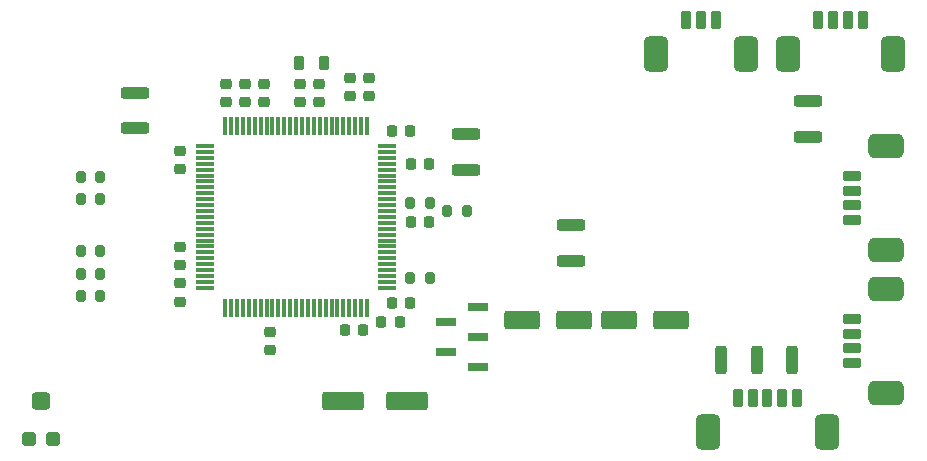
<source format=gbr>
%TF.GenerationSoftware,KiCad,Pcbnew,8.0.5*%
%TF.CreationDate,2025-01-05T11:13:20+01:00*%
%TF.ProjectId,BlockBoxController,426c6f63-6b42-46f7-9843-6f6e74726f6c,rev?*%
%TF.SameCoordinates,Original*%
%TF.FileFunction,Paste,Top*%
%TF.FilePolarity,Positive*%
%FSLAX46Y46*%
G04 Gerber Fmt 4.6, Leading zero omitted, Abs format (unit mm)*
G04 Created by KiCad (PCBNEW 8.0.5) date 2025-01-05 11:13:20*
%MOMM*%
%LPD*%
G01*
G04 APERTURE LIST*
G04 Aperture macros list*
%AMRoundRect*
0 Rectangle with rounded corners*
0 $1 Rounding radius*
0 $2 $3 $4 $5 $6 $7 $8 $9 X,Y pos of 4 corners*
0 Add a 4 corners polygon primitive as box body*
4,1,4,$2,$3,$4,$5,$6,$7,$8,$9,$2,$3,0*
0 Add four circle primitives for the rounded corners*
1,1,$1+$1,$2,$3*
1,1,$1+$1,$4,$5*
1,1,$1+$1,$6,$7*
1,1,$1+$1,$8,$9*
0 Add four rect primitives between the rounded corners*
20,1,$1+$1,$2,$3,$4,$5,0*
20,1,$1+$1,$4,$5,$6,$7,0*
20,1,$1+$1,$6,$7,$8,$9,0*
20,1,$1+$1,$8,$9,$2,$3,0*%
G04 Aperture macros list end*
%ADD10RoundRect,0.075000X-0.075000X0.725000X-0.075000X-0.725000X0.075000X-0.725000X0.075000X0.725000X0*%
%ADD11RoundRect,0.075000X-0.725000X0.075000X-0.725000X-0.075000X0.725000X-0.075000X0.725000X0.075000X0*%
%ADD12RoundRect,0.237500X-0.987500X-0.237500X0.987500X-0.237500X0.987500X0.237500X-0.987500X0.237500X0*%
%ADD13RoundRect,0.237500X0.987500X0.237500X-0.987500X0.237500X-0.987500X-0.237500X0.987500X-0.237500X0*%
%ADD14RoundRect,0.237500X-0.237500X0.987500X-0.237500X-0.987500X0.237500X-0.987500X0.237500X0.987500X0*%
%ADD15RoundRect,0.300000X-0.300000X0.300000X-0.300000X-0.300000X0.300000X-0.300000X0.300000X0.300000X0*%
%ADD16RoundRect,0.375000X-0.425000X0.375000X-0.425000X-0.375000X0.425000X-0.375000X0.425000X0.375000X0*%
%ADD17RoundRect,0.200000X-0.200000X-0.275000X0.200000X-0.275000X0.200000X0.275000X-0.200000X0.275000X0*%
%ADD18RoundRect,0.200000X0.200000X0.275000X-0.200000X0.275000X-0.200000X-0.275000X0.200000X-0.275000X0*%
%ADD19RoundRect,0.218750X-0.218750X-0.381250X0.218750X-0.381250X0.218750X0.381250X-0.218750X0.381250X0*%
%ADD20RoundRect,0.200000X-0.200000X-0.600000X0.200000X-0.600000X0.200000X0.600000X-0.200000X0.600000X0*%
%ADD21RoundRect,0.525000X-0.525000X-0.975000X0.525000X-0.975000X0.525000X0.975000X-0.525000X0.975000X0*%
%ADD22RoundRect,0.525000X0.975000X-0.525000X0.975000X0.525000X-0.975000X0.525000X-0.975000X-0.525000X0*%
%ADD23RoundRect,0.200000X0.600000X-0.200000X0.600000X0.200000X-0.600000X0.200000X-0.600000X-0.200000X0*%
%ADD24R,1.800000X0.650000*%
%ADD25RoundRect,0.250000X-1.250000X-0.550000X1.250000X-0.550000X1.250000X0.550000X-1.250000X0.550000X0*%
%ADD26RoundRect,0.250000X1.500000X0.550000X-1.500000X0.550000X-1.500000X-0.550000X1.500000X-0.550000X0*%
%ADD27RoundRect,0.225000X-0.225000X-0.250000X0.225000X-0.250000X0.225000X0.250000X-0.225000X0.250000X0*%
%ADD28RoundRect,0.225000X-0.250000X0.225000X-0.250000X-0.225000X0.250000X-0.225000X0.250000X0.225000X0*%
%ADD29RoundRect,0.225000X0.250000X-0.225000X0.250000X0.225000X-0.250000X0.225000X-0.250000X-0.225000X0*%
%ADD30RoundRect,0.225000X0.225000X0.250000X-0.225000X0.250000X-0.225000X-0.250000X0.225000X-0.250000X0*%
G04 APERTURE END LIST*
D10*
%TO.C,U1*%
X142700000Y-91925000D03*
X142200000Y-91925000D03*
X141700000Y-91925000D03*
X141200000Y-91925000D03*
X140700000Y-91925000D03*
X140200000Y-91925000D03*
X139700000Y-91925000D03*
X139200000Y-91925000D03*
X138700000Y-91925000D03*
X138200000Y-91925000D03*
X137700000Y-91925000D03*
X137200000Y-91925000D03*
X136700000Y-91925000D03*
X136200000Y-91925000D03*
X135700000Y-91925000D03*
X135200000Y-91925000D03*
X134700000Y-91925000D03*
X134200000Y-91925000D03*
X133700000Y-91925000D03*
X133200000Y-91925000D03*
X132700000Y-91925000D03*
X132200000Y-91925000D03*
X131700000Y-91925000D03*
X131200000Y-91925000D03*
X130700000Y-91925000D03*
D11*
X129025000Y-93600000D03*
X129025000Y-94100000D03*
X129025000Y-94600000D03*
X129025000Y-95100000D03*
X129025000Y-95600000D03*
X129025000Y-96100000D03*
X129025000Y-96600000D03*
X129025000Y-97100000D03*
X129025000Y-97600000D03*
X129025000Y-98100000D03*
X129025000Y-98600000D03*
X129025000Y-99100000D03*
X129025000Y-99600000D03*
X129025000Y-100100000D03*
X129025000Y-100600000D03*
X129025000Y-101100000D03*
X129025000Y-101600000D03*
X129025000Y-102100000D03*
X129025000Y-102600000D03*
X129025000Y-103100000D03*
X129025000Y-103600000D03*
X129025000Y-104100000D03*
X129025000Y-104600000D03*
X129025000Y-105100000D03*
X129025000Y-105600000D03*
D10*
X130700000Y-107275000D03*
X131200000Y-107275000D03*
X131700000Y-107275000D03*
X132200000Y-107275000D03*
X132700000Y-107275000D03*
X133200000Y-107275000D03*
X133700000Y-107275000D03*
X134200000Y-107275000D03*
X134700000Y-107275000D03*
X135200000Y-107275000D03*
X135700000Y-107275000D03*
X136200000Y-107275000D03*
X136700000Y-107275000D03*
X137200000Y-107275000D03*
X137700000Y-107275000D03*
X138200000Y-107275000D03*
X138700000Y-107275000D03*
X139200000Y-107275000D03*
X139700000Y-107275000D03*
X140200000Y-107275000D03*
X140700000Y-107275000D03*
X141200000Y-107275000D03*
X141700000Y-107275000D03*
X142200000Y-107275000D03*
X142700000Y-107275000D03*
D11*
X144375000Y-105600000D03*
X144375000Y-105100000D03*
X144375000Y-104600000D03*
X144375000Y-104100000D03*
X144375000Y-103600000D03*
X144375000Y-103100000D03*
X144375000Y-102600000D03*
X144375000Y-102100000D03*
X144375000Y-101600000D03*
X144375000Y-101100000D03*
X144375000Y-100600000D03*
X144375000Y-100100000D03*
X144375000Y-99600000D03*
X144375000Y-99100000D03*
X144375000Y-98600000D03*
X144375000Y-98100000D03*
X144375000Y-97600000D03*
X144375000Y-97100000D03*
X144375000Y-96600000D03*
X144375000Y-96100000D03*
X144375000Y-95600000D03*
X144375000Y-95100000D03*
X144375000Y-94600000D03*
X144375000Y-94100000D03*
X144375000Y-93600000D03*
%TD*%
D12*
%TO.C,TP15*%
X160000000Y-103300000D03*
%TD*%
%TO.C,TP14*%
X160000000Y-100300000D03*
%TD*%
D13*
%TO.C,TP13*%
X151100000Y-92600000D03*
%TD*%
%TO.C,TP12*%
X151100000Y-95600000D03*
%TD*%
%TO.C,TP11*%
X180000000Y-89800000D03*
%TD*%
%TO.C,TP10*%
X180000000Y-92800000D03*
%TD*%
D14*
%TO.C,TP5*%
X172700000Y-111700000D03*
%TD*%
%TO.C,TP4*%
X175700000Y-111700000D03*
%TD*%
%TO.C,TP3*%
X178700000Y-111700000D03*
%TD*%
D12*
%TO.C,TP2*%
X123100000Y-92100000D03*
%TD*%
%TO.C,TP1*%
X123100000Y-89100000D03*
%TD*%
D15*
%TO.C,RV1*%
X114100000Y-118400000D03*
D16*
X115100000Y-115150000D03*
D15*
X116100000Y-118400000D03*
%TD*%
D17*
%TO.C,R13*%
X148025000Y-104800000D03*
X146375000Y-104800000D03*
%TD*%
%TO.C,R12*%
X148025000Y-98400000D03*
X146375000Y-98400000D03*
%TD*%
%TO.C,R11*%
X151150000Y-99100000D03*
X149500000Y-99100000D03*
%TD*%
%TO.C,R7*%
X120125000Y-98100000D03*
X118475000Y-98100000D03*
%TD*%
D18*
%TO.C,R6*%
X118475000Y-96200000D03*
X120125000Y-96200000D03*
%TD*%
D17*
%TO.C,R4*%
X120125000Y-104400000D03*
X118475000Y-104400000D03*
%TD*%
%TO.C,R2*%
X120125000Y-106300000D03*
X118475000Y-106300000D03*
%TD*%
D18*
%TO.C,R1*%
X118475000Y-102500000D03*
X120125000Y-102500000D03*
%TD*%
D19*
%TO.C,L1*%
X139062500Y-86600000D03*
X136937500Y-86600000D03*
%TD*%
D20*
%TO.C,J11*%
X172250000Y-82950000D03*
X171000000Y-82950000D03*
X169750000Y-82950000D03*
D21*
X167200000Y-85850000D03*
X174800000Y-85850000D03*
%TD*%
D20*
%TO.C,J10*%
X184675000Y-82950000D03*
X183425000Y-82950000D03*
X182175000Y-82950000D03*
X180925000Y-82950000D03*
D21*
X178375000Y-85850000D03*
X187225000Y-85850000D03*
%TD*%
D22*
%TO.C,J6*%
X186650000Y-93575000D03*
X186650000Y-102425000D03*
D23*
X183750000Y-99875000D03*
X183750000Y-98625000D03*
X183750000Y-97375000D03*
X183750000Y-96125000D03*
%TD*%
%TO.C,J5*%
X183750000Y-108225000D03*
X183750000Y-109475000D03*
X183750000Y-110725000D03*
X183750000Y-111975000D03*
D22*
X186650000Y-114525000D03*
X186650000Y-105675000D03*
%TD*%
D20*
%TO.C,J4*%
X179100000Y-114937500D03*
X177850000Y-114937500D03*
X176600000Y-114937500D03*
X175350000Y-114937500D03*
X174100000Y-114937500D03*
D21*
X171550000Y-117837500D03*
X181650000Y-117837500D03*
%TD*%
D24*
%TO.C,J2*%
X152100000Y-112300000D03*
X149400000Y-111030000D03*
X152100000Y-109760000D03*
X149400000Y-108490000D03*
X152100000Y-107220000D03*
%TD*%
D25*
%TO.C,C29*%
X164000000Y-108300000D03*
X168400000Y-108300000D03*
%TD*%
%TO.C,C28*%
X155800000Y-108300000D03*
X160200000Y-108300000D03*
%TD*%
D26*
%TO.C,C27*%
X140700000Y-115200000D03*
X146100000Y-115200000D03*
%TD*%
D27*
%TO.C,C26*%
X146425000Y-95100000D03*
X147975000Y-95100000D03*
%TD*%
%TO.C,C25*%
X140825000Y-109200000D03*
X142375000Y-109200000D03*
%TD*%
D28*
%TO.C,C24*%
X126900000Y-102125000D03*
X126900000Y-103675000D03*
%TD*%
D29*
%TO.C,C23*%
X132400000Y-89875000D03*
X132400000Y-88325000D03*
%TD*%
%TO.C,C21*%
X138600000Y-89875000D03*
X138600000Y-88325000D03*
%TD*%
D28*
%TO.C,C17*%
X137000000Y-88325000D03*
X137000000Y-89875000D03*
%TD*%
D30*
%TO.C,C14*%
X146375000Y-92300000D03*
X144825000Y-92300000D03*
%TD*%
%TO.C,C13*%
X147975000Y-100000000D03*
X146425000Y-100000000D03*
%TD*%
%TO.C,C12*%
X145475000Y-108500000D03*
X143925000Y-108500000D03*
%TD*%
D29*
%TO.C,C11*%
X134500000Y-110875000D03*
X134500000Y-109325000D03*
%TD*%
D28*
%TO.C,C10*%
X141300000Y-89375000D03*
X141300000Y-87825000D03*
%TD*%
%TO.C,C8*%
X130800000Y-88325000D03*
X130800000Y-89875000D03*
%TD*%
D30*
%TO.C,C7*%
X146375000Y-106900000D03*
X144825000Y-106900000D03*
%TD*%
D29*
%TO.C,C6*%
X126900000Y-106775000D03*
X126900000Y-105225000D03*
%TD*%
D28*
%TO.C,C5*%
X126900000Y-94025000D03*
X126900000Y-95575000D03*
%TD*%
%TO.C,C4*%
X134000000Y-88325000D03*
X134000000Y-89875000D03*
%TD*%
%TO.C,C3*%
X142900000Y-89375000D03*
X142900000Y-87825000D03*
%TD*%
M02*

</source>
